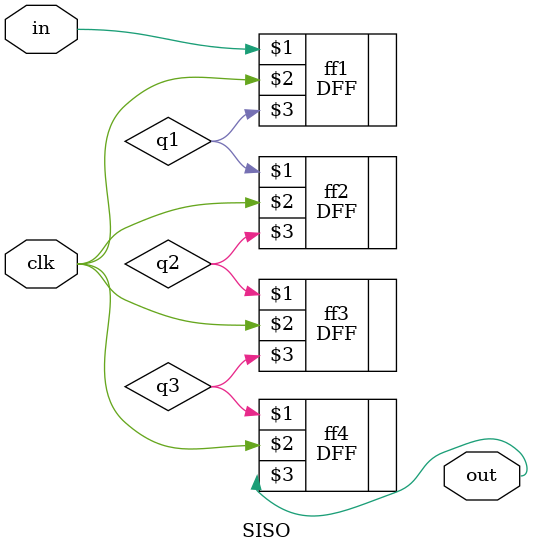
<source format=v>
`timescale 1ns / 1ps
module SISO(
input wire in, clk,
output wire out) ;
// signal declaration
wire q1,q2,q3 ;
//module instance
DFF ff1 (in,clk,q1);
DFF ff2 (q1,clk,q2);
DFF ff3 (q2,clk,q3);
DFF ff4 (q3,clk,out);
endmodule

</source>
